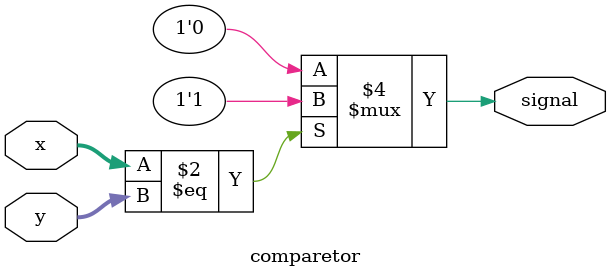
<source format=sv>
`timescale 1ns / 1ps


module comparetor #(parameter n = 8)(
    input logic [n-1: 0] x,y,
    output logic signal
);


    always@(*) begin 
        if (x == y) 
            signal = 1;
            
        else 
            signal = 0; 
    
    end 

endmodule

</source>
